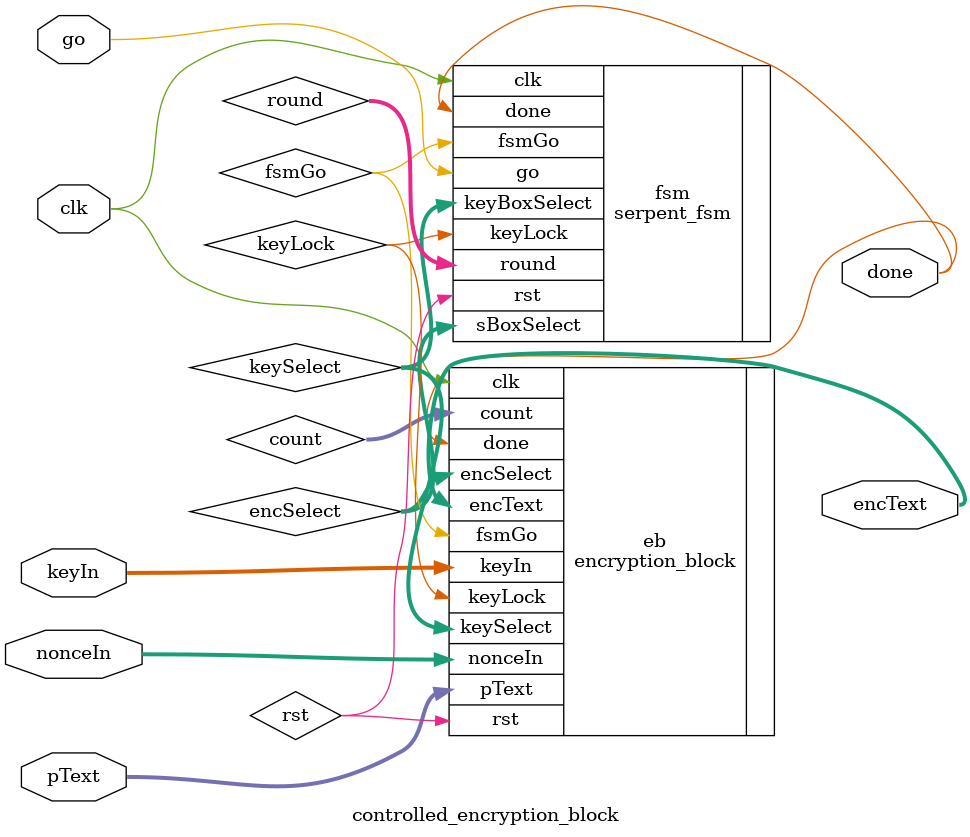
<source format=sv>
module controlled_encryption_block
(
	input wire clk,
	input wire go,
	input wire [127:0] keyIn,
	input wire [127:0] nonceIn,
	input wire [127:0] pText,
	output wire [127:0] encText,
	output wire done
);

wire rst;
wire keyLock;
wire fsmGo;
wire [2:0] keySelect;
wire [2:0] encSelect;
wire [4:0] count;
wire [4:0] round;

serpent_fsm fsm(
	.clk(clk),
	.go(go),
	.sBoxSelect(encSelect),
	.keyBoxSelect(keySelect),
	.round(round),
	.fsmGo(fsmGo),
	.done(done),
	.rst(rst),
	.keyLock(keyLock)
);

encryption_block eb(
	.clk(clk),
	.rst(rst),
	.keyLock(keyLock),
	.fsmGo(fsmGo),
	.done(done),
	.count(count),
	.keySelect(keySelect),
	.encSelect(encSelect),
	.keyIn(keyIn),
	.nonceIn(nonceIn),
	.pText(pText), 
	.encText(encText)
);

endmodule

</source>
